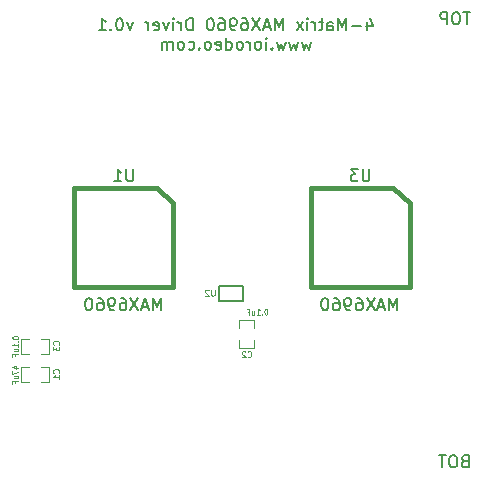
<source format=gbo>
G04 (created by PCBNEW (2013-mar-13)-testing) date Mon 26 Aug 2013 08:11:51 AM PDT*
%MOIN*%
G04 Gerber Fmt 3.4, Leading zero omitted, Abs format*
%FSLAX34Y34*%
G01*
G70*
G90*
G04 APERTURE LIST*
%ADD10C,0.005906*%
%ADD11C,0.008000*%
%ADD12C,0.015000*%
%ADD13C,0.006000*%
%ADD14C,0.004700*%
%ADD15C,0.004000*%
%ADD16C,0.004500*%
G04 APERTURE END LIST*
G54D10*
G54D11*
X31743Y-20386D02*
X31743Y-20653D01*
X31838Y-20234D02*
X31933Y-20520D01*
X31686Y-20520D01*
X31533Y-20501D02*
X31228Y-20501D01*
X31038Y-20653D02*
X31038Y-20253D01*
X30905Y-20539D01*
X30771Y-20253D01*
X30771Y-20653D01*
X30409Y-20653D02*
X30409Y-20443D01*
X30428Y-20405D01*
X30466Y-20386D01*
X30543Y-20386D01*
X30581Y-20405D01*
X30409Y-20634D02*
X30447Y-20653D01*
X30543Y-20653D01*
X30581Y-20634D01*
X30600Y-20596D01*
X30600Y-20558D01*
X30581Y-20520D01*
X30543Y-20501D01*
X30447Y-20501D01*
X30409Y-20481D01*
X30276Y-20386D02*
X30124Y-20386D01*
X30219Y-20253D02*
X30219Y-20596D01*
X30200Y-20634D01*
X30162Y-20653D01*
X30124Y-20653D01*
X29990Y-20653D02*
X29990Y-20386D01*
X29990Y-20462D02*
X29971Y-20424D01*
X29952Y-20405D01*
X29914Y-20386D01*
X29876Y-20386D01*
X29743Y-20653D02*
X29743Y-20386D01*
X29743Y-20253D02*
X29762Y-20272D01*
X29743Y-20291D01*
X29724Y-20272D01*
X29743Y-20253D01*
X29743Y-20291D01*
X29590Y-20653D02*
X29381Y-20386D01*
X29590Y-20386D02*
X29381Y-20653D01*
X28924Y-20653D02*
X28924Y-20253D01*
X28790Y-20539D01*
X28657Y-20253D01*
X28657Y-20653D01*
X28486Y-20539D02*
X28295Y-20539D01*
X28524Y-20653D02*
X28390Y-20253D01*
X28257Y-20653D01*
X28162Y-20253D02*
X27895Y-20653D01*
X27895Y-20253D02*
X28162Y-20653D01*
X27571Y-20253D02*
X27647Y-20253D01*
X27686Y-20272D01*
X27705Y-20291D01*
X27743Y-20348D01*
X27762Y-20424D01*
X27762Y-20577D01*
X27743Y-20615D01*
X27724Y-20634D01*
X27686Y-20653D01*
X27609Y-20653D01*
X27571Y-20634D01*
X27552Y-20615D01*
X27533Y-20577D01*
X27533Y-20481D01*
X27552Y-20443D01*
X27571Y-20424D01*
X27609Y-20405D01*
X27686Y-20405D01*
X27724Y-20424D01*
X27743Y-20443D01*
X27762Y-20481D01*
X27343Y-20653D02*
X27266Y-20653D01*
X27228Y-20634D01*
X27209Y-20615D01*
X27171Y-20558D01*
X27152Y-20481D01*
X27152Y-20329D01*
X27171Y-20291D01*
X27190Y-20272D01*
X27228Y-20253D01*
X27305Y-20253D01*
X27343Y-20272D01*
X27362Y-20291D01*
X27381Y-20329D01*
X27381Y-20424D01*
X27362Y-20462D01*
X27343Y-20481D01*
X27305Y-20501D01*
X27228Y-20501D01*
X27190Y-20481D01*
X27171Y-20462D01*
X27152Y-20424D01*
X26809Y-20253D02*
X26886Y-20253D01*
X26924Y-20272D01*
X26943Y-20291D01*
X26981Y-20348D01*
X27000Y-20424D01*
X27000Y-20577D01*
X26981Y-20615D01*
X26962Y-20634D01*
X26924Y-20653D01*
X26847Y-20653D01*
X26809Y-20634D01*
X26790Y-20615D01*
X26771Y-20577D01*
X26771Y-20481D01*
X26790Y-20443D01*
X26809Y-20424D01*
X26847Y-20405D01*
X26924Y-20405D01*
X26962Y-20424D01*
X26981Y-20443D01*
X27000Y-20481D01*
X26524Y-20253D02*
X26486Y-20253D01*
X26447Y-20272D01*
X26428Y-20291D01*
X26409Y-20329D01*
X26390Y-20405D01*
X26390Y-20501D01*
X26409Y-20577D01*
X26428Y-20615D01*
X26447Y-20634D01*
X26486Y-20653D01*
X26524Y-20653D01*
X26562Y-20634D01*
X26581Y-20615D01*
X26600Y-20577D01*
X26619Y-20501D01*
X26619Y-20405D01*
X26600Y-20329D01*
X26581Y-20291D01*
X26562Y-20272D01*
X26524Y-20253D01*
X25914Y-20653D02*
X25914Y-20253D01*
X25819Y-20253D01*
X25762Y-20272D01*
X25724Y-20310D01*
X25705Y-20348D01*
X25686Y-20424D01*
X25686Y-20481D01*
X25705Y-20558D01*
X25724Y-20596D01*
X25762Y-20634D01*
X25819Y-20653D01*
X25914Y-20653D01*
X25514Y-20653D02*
X25514Y-20386D01*
X25514Y-20462D02*
X25495Y-20424D01*
X25476Y-20405D01*
X25438Y-20386D01*
X25400Y-20386D01*
X25266Y-20653D02*
X25266Y-20386D01*
X25266Y-20253D02*
X25286Y-20272D01*
X25266Y-20291D01*
X25247Y-20272D01*
X25266Y-20253D01*
X25266Y-20291D01*
X25114Y-20386D02*
X25019Y-20653D01*
X24924Y-20386D01*
X24619Y-20634D02*
X24657Y-20653D01*
X24733Y-20653D01*
X24771Y-20634D01*
X24790Y-20596D01*
X24790Y-20443D01*
X24771Y-20405D01*
X24733Y-20386D01*
X24657Y-20386D01*
X24619Y-20405D01*
X24600Y-20443D01*
X24600Y-20481D01*
X24790Y-20520D01*
X24428Y-20653D02*
X24428Y-20386D01*
X24428Y-20462D02*
X24409Y-20424D01*
X24390Y-20405D01*
X24352Y-20386D01*
X24314Y-20386D01*
X23914Y-20386D02*
X23819Y-20653D01*
X23724Y-20386D01*
X23495Y-20253D02*
X23457Y-20253D01*
X23419Y-20272D01*
X23400Y-20291D01*
X23381Y-20329D01*
X23362Y-20405D01*
X23362Y-20501D01*
X23381Y-20577D01*
X23400Y-20615D01*
X23419Y-20634D01*
X23457Y-20653D01*
X23495Y-20653D01*
X23533Y-20634D01*
X23552Y-20615D01*
X23571Y-20577D01*
X23590Y-20501D01*
X23590Y-20405D01*
X23571Y-20329D01*
X23552Y-20291D01*
X23533Y-20272D01*
X23495Y-20253D01*
X23190Y-20615D02*
X23171Y-20634D01*
X23190Y-20653D01*
X23209Y-20634D01*
X23190Y-20615D01*
X23190Y-20653D01*
X22790Y-20653D02*
X23019Y-20653D01*
X22905Y-20653D02*
X22905Y-20253D01*
X22943Y-20310D01*
X22981Y-20348D01*
X23019Y-20367D01*
X29857Y-21026D02*
X29781Y-21293D01*
X29705Y-21102D01*
X29628Y-21293D01*
X29552Y-21026D01*
X29438Y-21026D02*
X29362Y-21293D01*
X29286Y-21102D01*
X29209Y-21293D01*
X29133Y-21026D01*
X29019Y-21026D02*
X28943Y-21293D01*
X28866Y-21102D01*
X28790Y-21293D01*
X28714Y-21026D01*
X28562Y-21255D02*
X28543Y-21274D01*
X28562Y-21293D01*
X28581Y-21274D01*
X28562Y-21255D01*
X28562Y-21293D01*
X28371Y-21293D02*
X28371Y-21026D01*
X28371Y-20893D02*
X28390Y-20912D01*
X28371Y-20931D01*
X28352Y-20912D01*
X28371Y-20893D01*
X28371Y-20931D01*
X28124Y-21293D02*
X28162Y-21274D01*
X28181Y-21255D01*
X28200Y-21217D01*
X28200Y-21102D01*
X28181Y-21064D01*
X28162Y-21045D01*
X28124Y-21026D01*
X28066Y-21026D01*
X28028Y-21045D01*
X28009Y-21064D01*
X27990Y-21102D01*
X27990Y-21217D01*
X28009Y-21255D01*
X28028Y-21274D01*
X28066Y-21293D01*
X28124Y-21293D01*
X27819Y-21293D02*
X27819Y-21026D01*
X27819Y-21102D02*
X27800Y-21064D01*
X27781Y-21045D01*
X27743Y-21026D01*
X27705Y-21026D01*
X27514Y-21293D02*
X27552Y-21274D01*
X27571Y-21255D01*
X27590Y-21217D01*
X27590Y-21102D01*
X27571Y-21064D01*
X27552Y-21045D01*
X27514Y-21026D01*
X27457Y-21026D01*
X27419Y-21045D01*
X27400Y-21064D01*
X27381Y-21102D01*
X27381Y-21217D01*
X27400Y-21255D01*
X27419Y-21274D01*
X27457Y-21293D01*
X27514Y-21293D01*
X27038Y-21293D02*
X27038Y-20893D01*
X27038Y-21274D02*
X27076Y-21293D01*
X27152Y-21293D01*
X27190Y-21274D01*
X27209Y-21255D01*
X27228Y-21217D01*
X27228Y-21102D01*
X27209Y-21064D01*
X27190Y-21045D01*
X27152Y-21026D01*
X27076Y-21026D01*
X27038Y-21045D01*
X26695Y-21274D02*
X26733Y-21293D01*
X26809Y-21293D01*
X26847Y-21274D01*
X26866Y-21236D01*
X26866Y-21083D01*
X26847Y-21045D01*
X26809Y-21026D01*
X26733Y-21026D01*
X26695Y-21045D01*
X26676Y-21083D01*
X26676Y-21121D01*
X26866Y-21160D01*
X26447Y-21293D02*
X26486Y-21274D01*
X26505Y-21255D01*
X26524Y-21217D01*
X26524Y-21102D01*
X26505Y-21064D01*
X26486Y-21045D01*
X26447Y-21026D01*
X26390Y-21026D01*
X26352Y-21045D01*
X26333Y-21064D01*
X26314Y-21102D01*
X26314Y-21217D01*
X26333Y-21255D01*
X26352Y-21274D01*
X26390Y-21293D01*
X26447Y-21293D01*
X26143Y-21255D02*
X26124Y-21274D01*
X26143Y-21293D01*
X26162Y-21274D01*
X26143Y-21255D01*
X26143Y-21293D01*
X25781Y-21274D02*
X25819Y-21293D01*
X25895Y-21293D01*
X25933Y-21274D01*
X25952Y-21255D01*
X25971Y-21217D01*
X25971Y-21102D01*
X25952Y-21064D01*
X25933Y-21045D01*
X25895Y-21026D01*
X25819Y-21026D01*
X25781Y-21045D01*
X25552Y-21293D02*
X25590Y-21274D01*
X25609Y-21255D01*
X25628Y-21217D01*
X25628Y-21102D01*
X25609Y-21064D01*
X25590Y-21045D01*
X25552Y-21026D01*
X25495Y-21026D01*
X25457Y-21045D01*
X25438Y-21064D01*
X25419Y-21102D01*
X25419Y-21217D01*
X25438Y-21255D01*
X25457Y-21274D01*
X25495Y-21293D01*
X25552Y-21293D01*
X25247Y-21293D02*
X25247Y-21026D01*
X25247Y-21064D02*
X25228Y-21045D01*
X25190Y-21026D01*
X25133Y-21026D01*
X25095Y-21045D01*
X25076Y-21083D01*
X25076Y-21293D01*
X25076Y-21083D02*
X25057Y-21045D01*
X25019Y-21026D01*
X24962Y-21026D01*
X24924Y-21045D01*
X24905Y-21083D01*
X24905Y-21293D01*
X34979Y-35010D02*
X34921Y-35029D01*
X34902Y-35048D01*
X34883Y-35086D01*
X34883Y-35144D01*
X34902Y-35182D01*
X34921Y-35201D01*
X34959Y-35220D01*
X35112Y-35220D01*
X35112Y-34820D01*
X34979Y-34820D01*
X34940Y-34839D01*
X34921Y-34858D01*
X34902Y-34896D01*
X34902Y-34934D01*
X34921Y-34972D01*
X34940Y-34991D01*
X34979Y-35010D01*
X35112Y-35010D01*
X34636Y-34820D02*
X34559Y-34820D01*
X34521Y-34839D01*
X34483Y-34877D01*
X34464Y-34953D01*
X34464Y-35086D01*
X34483Y-35163D01*
X34521Y-35201D01*
X34559Y-35220D01*
X34636Y-35220D01*
X34674Y-35201D01*
X34712Y-35163D01*
X34731Y-35086D01*
X34731Y-34953D01*
X34712Y-34877D01*
X34674Y-34839D01*
X34636Y-34820D01*
X34350Y-34820D02*
X34121Y-34820D01*
X34236Y-35220D02*
X34236Y-34820D01*
X35169Y-20056D02*
X34940Y-20056D01*
X35055Y-20456D02*
X35055Y-20056D01*
X34731Y-20056D02*
X34655Y-20056D01*
X34617Y-20075D01*
X34579Y-20113D01*
X34559Y-20189D01*
X34559Y-20323D01*
X34579Y-20399D01*
X34617Y-20437D01*
X34655Y-20456D01*
X34731Y-20456D01*
X34769Y-20437D01*
X34807Y-20399D01*
X34826Y-20323D01*
X34826Y-20189D01*
X34807Y-20113D01*
X34769Y-20075D01*
X34731Y-20056D01*
X34388Y-20456D02*
X34388Y-20056D01*
X34236Y-20056D01*
X34198Y-20075D01*
X34179Y-20094D01*
X34159Y-20132D01*
X34159Y-20189D01*
X34179Y-20227D01*
X34198Y-20247D01*
X34236Y-20266D01*
X34388Y-20266D01*
G54D12*
X25272Y-26409D02*
X25272Y-29209D01*
X25272Y-29209D02*
X21972Y-29209D01*
X21972Y-29209D02*
X21972Y-25909D01*
X21972Y-25909D02*
X24722Y-25909D01*
X24722Y-25909D02*
X25272Y-26409D01*
G54D13*
X26804Y-29159D02*
X27604Y-29159D01*
X27604Y-29159D02*
X27604Y-29659D01*
X27604Y-29659D02*
X26804Y-29659D01*
X26804Y-29659D02*
X26804Y-29159D01*
G54D12*
X33146Y-26409D02*
X33146Y-29209D01*
X33146Y-29209D02*
X29846Y-29209D01*
X29846Y-29209D02*
X29846Y-25909D01*
X29846Y-25909D02*
X32596Y-25909D01*
X32596Y-25909D02*
X33146Y-26409D01*
G54D14*
X20866Y-31869D02*
X21141Y-31869D01*
X20472Y-31869D02*
X20197Y-31869D01*
X20866Y-32381D02*
X21141Y-32381D01*
X20197Y-32381D02*
X20472Y-32381D01*
X21141Y-32375D02*
X21141Y-31875D01*
X20197Y-31875D02*
X20197Y-32375D01*
X27972Y-30964D02*
X27972Y-31239D01*
X27972Y-30570D02*
X27972Y-30295D01*
X27460Y-30964D02*
X27460Y-31239D01*
X27460Y-30295D02*
X27460Y-30570D01*
X27466Y-31239D02*
X27966Y-31239D01*
X27966Y-30295D02*
X27466Y-30295D01*
X20866Y-30925D02*
X21141Y-30925D01*
X20472Y-30925D02*
X20197Y-30925D01*
X20866Y-31437D02*
X21141Y-31437D01*
X20197Y-31437D02*
X20472Y-31437D01*
X21141Y-31431D02*
X21141Y-30931D01*
X20197Y-30931D02*
X20197Y-31431D01*
G54D11*
X23936Y-25290D02*
X23936Y-25613D01*
X23917Y-25651D01*
X23898Y-25670D01*
X23860Y-25690D01*
X23784Y-25690D01*
X23746Y-25670D01*
X23727Y-25651D01*
X23708Y-25613D01*
X23708Y-25290D01*
X23308Y-25690D02*
X23536Y-25690D01*
X23422Y-25690D02*
X23422Y-25290D01*
X23460Y-25347D01*
X23498Y-25385D01*
X23536Y-25404D01*
X24869Y-29980D02*
X24869Y-29580D01*
X24735Y-29865D01*
X24602Y-29580D01*
X24602Y-29980D01*
X24431Y-29865D02*
X24240Y-29865D01*
X24469Y-29980D02*
X24335Y-29580D01*
X24202Y-29980D01*
X24107Y-29580D02*
X23840Y-29980D01*
X23840Y-29580D02*
X24107Y-29980D01*
X23516Y-29580D02*
X23592Y-29580D01*
X23631Y-29599D01*
X23650Y-29618D01*
X23688Y-29675D01*
X23707Y-29751D01*
X23707Y-29903D01*
X23688Y-29941D01*
X23669Y-29960D01*
X23631Y-29980D01*
X23554Y-29980D01*
X23516Y-29960D01*
X23497Y-29941D01*
X23478Y-29903D01*
X23478Y-29808D01*
X23497Y-29770D01*
X23516Y-29751D01*
X23554Y-29732D01*
X23631Y-29732D01*
X23669Y-29751D01*
X23688Y-29770D01*
X23707Y-29808D01*
X23288Y-29980D02*
X23212Y-29980D01*
X23173Y-29960D01*
X23154Y-29941D01*
X23116Y-29884D01*
X23097Y-29808D01*
X23097Y-29656D01*
X23116Y-29618D01*
X23135Y-29599D01*
X23173Y-29580D01*
X23250Y-29580D01*
X23288Y-29599D01*
X23307Y-29618D01*
X23326Y-29656D01*
X23326Y-29751D01*
X23307Y-29789D01*
X23288Y-29808D01*
X23250Y-29827D01*
X23173Y-29827D01*
X23135Y-29808D01*
X23116Y-29789D01*
X23097Y-29751D01*
X22754Y-29580D02*
X22831Y-29580D01*
X22869Y-29599D01*
X22888Y-29618D01*
X22926Y-29675D01*
X22945Y-29751D01*
X22945Y-29903D01*
X22926Y-29941D01*
X22907Y-29960D01*
X22869Y-29980D01*
X22792Y-29980D01*
X22754Y-29960D01*
X22735Y-29941D01*
X22716Y-29903D01*
X22716Y-29808D01*
X22735Y-29770D01*
X22754Y-29751D01*
X22792Y-29732D01*
X22869Y-29732D01*
X22907Y-29751D01*
X22926Y-29770D01*
X22945Y-29808D01*
X22469Y-29580D02*
X22431Y-29580D01*
X22392Y-29599D01*
X22373Y-29618D01*
X22354Y-29656D01*
X22335Y-29732D01*
X22335Y-29827D01*
X22354Y-29903D01*
X22373Y-29941D01*
X22392Y-29960D01*
X22431Y-29980D01*
X22469Y-29980D01*
X22507Y-29960D01*
X22526Y-29941D01*
X22545Y-29903D01*
X22564Y-29827D01*
X22564Y-29732D01*
X22545Y-29656D01*
X22526Y-29618D01*
X22507Y-29599D01*
X22469Y-29580D01*
G54D15*
X26648Y-29299D02*
X26648Y-29461D01*
X26638Y-29480D01*
X26629Y-29490D01*
X26610Y-29499D01*
X26572Y-29499D01*
X26553Y-29490D01*
X26543Y-29480D01*
X26534Y-29461D01*
X26534Y-29299D01*
X26448Y-29318D02*
X26438Y-29309D01*
X26419Y-29299D01*
X26372Y-29299D01*
X26353Y-29309D01*
X26343Y-29318D01*
X26334Y-29338D01*
X26334Y-29357D01*
X26343Y-29385D01*
X26457Y-29499D01*
X26334Y-29499D01*
G54D11*
X31810Y-25290D02*
X31810Y-25613D01*
X31791Y-25651D01*
X31772Y-25670D01*
X31734Y-25690D01*
X31658Y-25690D01*
X31620Y-25670D01*
X31601Y-25651D01*
X31582Y-25613D01*
X31582Y-25290D01*
X31429Y-25290D02*
X31182Y-25290D01*
X31315Y-25442D01*
X31258Y-25442D01*
X31220Y-25461D01*
X31201Y-25480D01*
X31182Y-25518D01*
X31182Y-25613D01*
X31201Y-25651D01*
X31220Y-25670D01*
X31258Y-25690D01*
X31372Y-25690D01*
X31410Y-25670D01*
X31429Y-25651D01*
X32743Y-29980D02*
X32743Y-29580D01*
X32609Y-29865D01*
X32476Y-29580D01*
X32476Y-29980D01*
X32305Y-29865D02*
X32114Y-29865D01*
X32343Y-29980D02*
X32209Y-29580D01*
X32076Y-29980D01*
X31981Y-29580D02*
X31714Y-29980D01*
X31714Y-29580D02*
X31981Y-29980D01*
X31390Y-29580D02*
X31467Y-29580D01*
X31505Y-29599D01*
X31524Y-29618D01*
X31562Y-29675D01*
X31581Y-29751D01*
X31581Y-29903D01*
X31562Y-29941D01*
X31543Y-29960D01*
X31505Y-29980D01*
X31428Y-29980D01*
X31390Y-29960D01*
X31371Y-29941D01*
X31352Y-29903D01*
X31352Y-29808D01*
X31371Y-29770D01*
X31390Y-29751D01*
X31428Y-29732D01*
X31505Y-29732D01*
X31543Y-29751D01*
X31562Y-29770D01*
X31581Y-29808D01*
X31162Y-29980D02*
X31086Y-29980D01*
X31047Y-29960D01*
X31028Y-29941D01*
X30990Y-29884D01*
X30971Y-29808D01*
X30971Y-29656D01*
X30990Y-29618D01*
X31009Y-29599D01*
X31047Y-29580D01*
X31124Y-29580D01*
X31162Y-29599D01*
X31181Y-29618D01*
X31200Y-29656D01*
X31200Y-29751D01*
X31181Y-29789D01*
X31162Y-29808D01*
X31124Y-29827D01*
X31047Y-29827D01*
X31009Y-29808D01*
X30990Y-29789D01*
X30971Y-29751D01*
X30628Y-29580D02*
X30705Y-29580D01*
X30743Y-29599D01*
X30762Y-29618D01*
X30800Y-29675D01*
X30819Y-29751D01*
X30819Y-29903D01*
X30800Y-29941D01*
X30781Y-29960D01*
X30743Y-29980D01*
X30667Y-29980D01*
X30628Y-29960D01*
X30609Y-29941D01*
X30590Y-29903D01*
X30590Y-29808D01*
X30609Y-29770D01*
X30628Y-29751D01*
X30667Y-29732D01*
X30743Y-29732D01*
X30781Y-29751D01*
X30800Y-29770D01*
X30819Y-29808D01*
X30343Y-29580D02*
X30305Y-29580D01*
X30267Y-29599D01*
X30247Y-29618D01*
X30228Y-29656D01*
X30209Y-29732D01*
X30209Y-29827D01*
X30228Y-29903D01*
X30247Y-29941D01*
X30267Y-29960D01*
X30305Y-29980D01*
X30343Y-29980D01*
X30381Y-29960D01*
X30400Y-29941D01*
X30419Y-29903D01*
X30438Y-29827D01*
X30438Y-29732D01*
X30419Y-29656D01*
X30400Y-29618D01*
X30381Y-29599D01*
X30343Y-29580D01*
G54D15*
X21449Y-32072D02*
X21458Y-32063D01*
X21468Y-32034D01*
X21468Y-32015D01*
X21458Y-31987D01*
X21439Y-31968D01*
X21420Y-31958D01*
X21382Y-31949D01*
X21354Y-31949D01*
X21316Y-31958D01*
X21297Y-31968D01*
X21277Y-31987D01*
X21268Y-32015D01*
X21268Y-32034D01*
X21277Y-32063D01*
X21287Y-32072D01*
X21468Y-32263D02*
X21468Y-32149D01*
X21468Y-32206D02*
X21268Y-32206D01*
X21297Y-32187D01*
X21316Y-32168D01*
X21325Y-32149D01*
G54D16*
X19976Y-31915D02*
X20109Y-31915D01*
X19900Y-31873D02*
X20043Y-31830D01*
X20043Y-31941D01*
X19909Y-31993D02*
X19909Y-32113D01*
X20109Y-32035D01*
X19976Y-32258D02*
X20109Y-32258D01*
X19976Y-32181D02*
X20081Y-32181D01*
X20100Y-32190D01*
X20109Y-32207D01*
X20109Y-32233D01*
X20100Y-32250D01*
X20090Y-32258D01*
X20005Y-32404D02*
X20005Y-32344D01*
X20109Y-32344D02*
X19909Y-32344D01*
X19909Y-32430D01*
G54D15*
X27749Y-31528D02*
X27759Y-31537D01*
X27787Y-31547D01*
X27807Y-31547D01*
X27835Y-31537D01*
X27854Y-31518D01*
X27864Y-31499D01*
X27873Y-31461D01*
X27873Y-31432D01*
X27864Y-31394D01*
X27854Y-31375D01*
X27835Y-31356D01*
X27807Y-31347D01*
X27787Y-31347D01*
X27759Y-31356D01*
X27749Y-31366D01*
X27673Y-31366D02*
X27664Y-31356D01*
X27645Y-31347D01*
X27597Y-31347D01*
X27578Y-31356D01*
X27568Y-31366D01*
X27559Y-31385D01*
X27559Y-31404D01*
X27568Y-31432D01*
X27683Y-31547D01*
X27559Y-31547D01*
G54D16*
X28366Y-29929D02*
X28349Y-29929D01*
X28332Y-29939D01*
X28323Y-29948D01*
X28315Y-29967D01*
X28306Y-30006D01*
X28306Y-30053D01*
X28315Y-30091D01*
X28323Y-30110D01*
X28332Y-30120D01*
X28349Y-30129D01*
X28366Y-30129D01*
X28383Y-30120D01*
X28392Y-30110D01*
X28400Y-30091D01*
X28409Y-30053D01*
X28409Y-30006D01*
X28400Y-29967D01*
X28392Y-29948D01*
X28383Y-29939D01*
X28366Y-29929D01*
X28229Y-30110D02*
X28220Y-30120D01*
X28229Y-30129D01*
X28238Y-30120D01*
X28229Y-30110D01*
X28229Y-30129D01*
X28049Y-30129D02*
X28152Y-30129D01*
X28100Y-30129D02*
X28100Y-29929D01*
X28118Y-29958D01*
X28135Y-29977D01*
X28152Y-29986D01*
X27895Y-29996D02*
X27895Y-30129D01*
X27972Y-29996D02*
X27972Y-30101D01*
X27963Y-30120D01*
X27946Y-30129D01*
X27920Y-30129D01*
X27903Y-30120D01*
X27895Y-30110D01*
X27749Y-30025D02*
X27809Y-30025D01*
X27809Y-30129D02*
X27809Y-29929D01*
X27723Y-29929D01*
G54D15*
X21449Y-31128D02*
X21458Y-31118D01*
X21468Y-31089D01*
X21468Y-31070D01*
X21458Y-31042D01*
X21439Y-31023D01*
X21420Y-31013D01*
X21382Y-31004D01*
X21354Y-31004D01*
X21316Y-31013D01*
X21297Y-31023D01*
X21277Y-31042D01*
X21268Y-31070D01*
X21268Y-31089D01*
X21277Y-31118D01*
X21287Y-31128D01*
X21268Y-31194D02*
X21268Y-31318D01*
X21344Y-31251D01*
X21344Y-31280D01*
X21354Y-31299D01*
X21363Y-31309D01*
X21382Y-31318D01*
X21430Y-31318D01*
X21449Y-31309D01*
X21458Y-31299D01*
X21468Y-31280D01*
X21468Y-31223D01*
X21458Y-31204D01*
X21449Y-31194D01*
G54D16*
X19909Y-30885D02*
X19909Y-30902D01*
X19919Y-30919D01*
X19928Y-30928D01*
X19947Y-30936D01*
X19985Y-30945D01*
X20033Y-30945D01*
X20071Y-30936D01*
X20090Y-30928D01*
X20100Y-30919D01*
X20109Y-30902D01*
X20109Y-30885D01*
X20100Y-30868D01*
X20090Y-30859D01*
X20071Y-30851D01*
X20033Y-30842D01*
X19985Y-30842D01*
X19947Y-30851D01*
X19928Y-30859D01*
X19919Y-30868D01*
X19909Y-30885D01*
X20090Y-31022D02*
X20100Y-31031D01*
X20109Y-31022D01*
X20100Y-31013D01*
X20090Y-31022D01*
X20109Y-31022D01*
X20109Y-31202D02*
X20109Y-31099D01*
X20109Y-31151D02*
X19909Y-31151D01*
X19938Y-31133D01*
X19957Y-31116D01*
X19966Y-31099D01*
X19976Y-31356D02*
X20109Y-31356D01*
X19976Y-31279D02*
X20081Y-31279D01*
X20100Y-31288D01*
X20109Y-31305D01*
X20109Y-31331D01*
X20100Y-31348D01*
X20090Y-31356D01*
X20005Y-31502D02*
X20005Y-31442D01*
X20109Y-31442D02*
X19909Y-31442D01*
X19909Y-31528D01*
M02*

</source>
